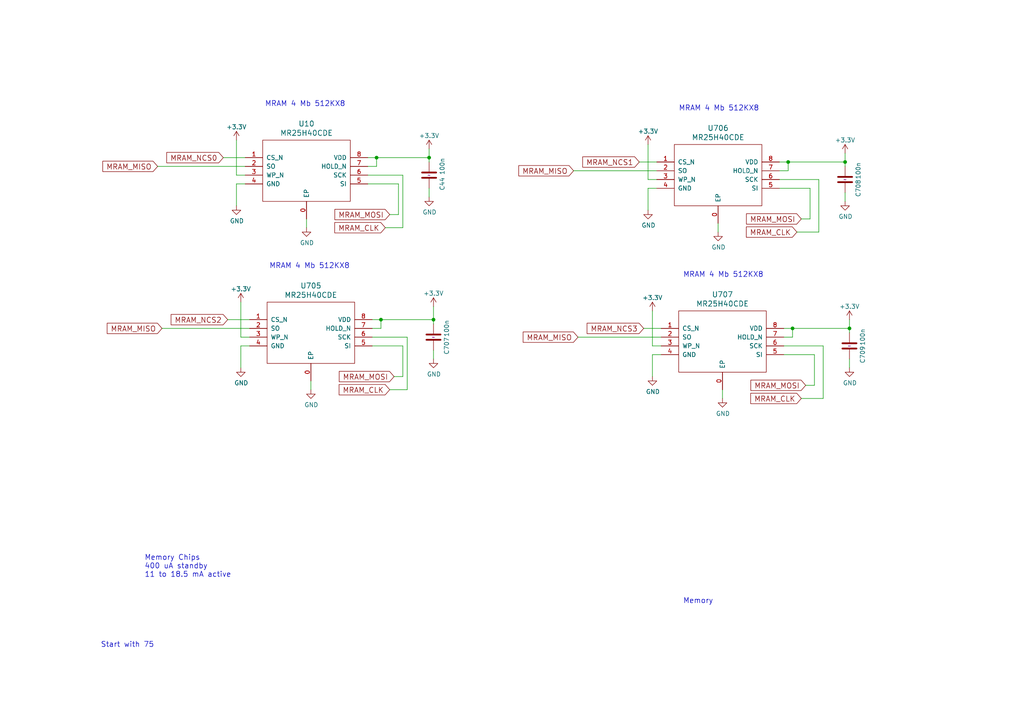
<source format=kicad_sch>
(kicad_sch (version 20230121) (generator eeschema)
  (paper "A4")
  (title_block (title "Radiation Tolerant PacSat Communication") (date "2023-06-17") (rev "A") (company "AMSAT-NA") (comment 1 "N5BRG"))
  (lib_symbols
    (symbol "Device:C" (pin_numbers hide) (pin_names (offset 0.254))
      (property "Reference" "C" (at 0.635 2.54 0))
      (property "Value" "C" (at 0.635 -2.54 0))
      (symbol "C_0_1"
        (polyline (pts (xy -2.032 -0.762) (xy 2.032 -0.762)) (stroke (width 0.508)))
        (polyline (pts (xy -2.032 0.762) (xy 2.032 0.762)) (stroke (width 0.508)))
      )
      (symbol "C_1_1"
        (pin passive line (at 0 3.81 270) (length 2.794) (name "~") (number "1"))
        (pin passive line (at 0 -3.81 90) (length 2.794) (name "~") (number "2"))
      )
    )
    (symbol "PACSAT_ICs:MR25H40_2" (pin_names (offset 1.016))
      (property "Reference" "U76" (at 0 13.6398 0))
      (property "Value" "MR25H40" (at 0 10.9474 0))
      (symbol "MR25H40_2_0_1"
        (rectangle (start -12.7 8.89) (end 12.7 -8.89))
      )
      (symbol "MR25H40_2_1_1"
        (pin power_in line (at 0 -13.97 90) (length 5.08) (name "EP") (number "0"))
        (pin input line (at -17.78 3.81 0) (length 5.08) (name "CS_N") (number "1"))
        (pin tri_state line (at -17.78 1.27 0) (length 5.08) (name "SO") (number "2"))
        (pin input line (at -17.78 -1.27 0) (length 5.08) (name "WP_N") (number "3"))
        (pin power_in line (at -17.78 -3.81 0) (length 5.08) (name "GND") (number "4"))
        (pin input line (at 17.78 -3.81 180) (length 5.08) (name "SI") (number "5"))
        (pin input line (at 17.78 -1.27 180) (length 5.08) (name "SCK") (number "6"))
        (pin input line (at 17.78 1.27 180) (length 5.08) (name "HOLD_N") (number "7"))
        (pin power_in line (at 17.78 3.81 180) (length 5.08) (name "VDD") (number "8"))
      )
    )
    (symbol "power:+3.3V" (power) (pin_names (offset 0))
      (property "Value" "+3.3V" (at 0 3.556 0))
      (symbol "+3.3V_0_1"
        (polyline (pts (xy -0.762 1.27) (xy 0 2.54)))
        (polyline (pts (xy 0 0) (xy 0 2.54)))
        (polyline (pts (xy 0 2.54) (xy 0.762 1.27)))
      )
      (symbol "+3.3V_1_1"
        (pin power_in line (at 0 0 90) (length 0) hide (name "+3.3V") (number "1"))
      )
    )
    (symbol "power:GND" (power) (pin_names (offset 0))
      (property "Value" "GND" (at 0 -3.81 0))
      (symbol "GND_0_1"
        (polyline (pts (xy 0 0) (xy 0 -1.27) (xy 1.27 -1.27) (xy 0 -2.54) (xy -1.27 -1.27) (xy 0 -1.27)))
      )
      (symbol "GND_1_1"
        (pin power_in line (at 0 0 270) (length 0) hide (name "GND") (number "1"))
      )
    )
  )
  (junction (at 245.11 46.99))
  (junction (at 125.73 92.71))
  (junction (at 124.46 45.72))
  (junction (at 109.22 45.72))
  (junction (at 229.87 95.25))
  (junction (at 228.6 46.99))
  (junction (at 110.49 92.71))
  (junction (at 246.38 95.25))
  (wire (pts (xy 72.39 97.79) (xy 69.85 97.79)))
  (wire (pts (xy 237.49 67.31) (xy 231.14 67.31)))
  (wire (pts (xy 110.49 92.71) (xy 125.73 92.71)))
  (wire (pts (xy 107.95 95.25) (xy 110.49 95.25)))
  (wire (pts (xy 191.77 100.33) (xy 189.23 100.33)))
  (wire (pts (xy 110.49 95.25) (xy 110.49 92.71)))
  (wire (pts (xy 107.95 100.33) (xy 116.84 100.33)))
  (wire (pts (xy 246.38 92.71) (xy 246.38 95.25)))
  (wire (pts (xy 88.9 63.5) (xy 88.9 66.04)))
  (wire (pts (xy 71.12 50.8) (xy 68.58 50.8)))
  (wire (pts (xy 209.55 113.03) (xy 209.55 115.57)))
  (wire (pts (xy 229.87 97.79) (xy 229.87 95.25)))
  (wire (pts (xy 226.06 49.53) (xy 228.6 49.53)))
  (wire (pts (xy 228.6 46.99) (xy 245.11 46.99)))
  (wire (pts (xy 227.33 102.87) (xy 236.22 102.87)))
  (wire (pts (xy 228.6 49.53) (xy 228.6 46.99)))
  (wire (pts (xy 245.11 44.45) (xy 245.11 46.99)))
  (wire (pts (xy 68.58 53.34) (xy 68.58 59.69)))
  (wire (pts (xy 227.33 95.25) (xy 229.87 95.25)))
  (wire (pts (xy 106.68 48.26) (xy 109.22 48.26)))
  (wire (pts (xy 189.23 100.33) (xy 189.23 90.17)))
  (wire (pts (xy 109.22 48.26) (xy 109.22 45.72)))
  (wire (pts (xy 106.68 45.72) (xy 109.22 45.72)))
  (wire (pts (xy 234.95 54.61) (xy 234.95 63.5)))
  (wire (pts (xy 71.12 53.34) (xy 68.58 53.34)))
  (wire (pts (xy 116.84 66.04) (xy 111.76 66.04)))
  (wire (pts (xy 107.95 92.71) (xy 110.49 92.71)))
  (wire (pts (xy 166.37 49.53) (xy 190.5 49.53)))
  (wire (pts (xy 45.72 48.26) (xy 71.12 48.26)))
  (wire (pts (xy 189.23 102.87) (xy 189.23 109.22)))
  (wire (pts (xy 116.84 50.8) (xy 116.84 66.04)))
  (wire (pts (xy 226.06 46.99) (xy 228.6 46.99)))
  (wire (pts (xy 238.76 100.33) (xy 238.76 115.57)))
  (wire (pts (xy 72.39 100.33) (xy 69.85 100.33)))
  (wire (pts (xy 69.85 100.33) (xy 69.85 106.68)))
  (wire (pts (xy 125.73 101.6) (xy 125.73 104.14)))
  (wire (pts (xy 109.22 45.72) (xy 124.46 45.72)))
  (wire (pts (xy 116.84 50.8) (xy 106.68 50.8)))
  (wire (pts (xy 237.49 52.07) (xy 226.06 52.07)))
  (wire (pts (xy 208.28 64.77) (xy 208.28 67.31)))
  (wire (pts (xy 237.49 52.07) (xy 237.49 67.31)))
  (wire (pts (xy 190.5 54.61) (xy 187.96 54.61)))
  (wire (pts (xy 125.73 88.9) (xy 125.73 92.71)))
  (wire (pts (xy 234.95 63.5) (xy 232.41 63.5)))
  (wire (pts (xy 125.73 92.71) (xy 125.73 93.98)))
  (wire (pts (xy 124.46 45.72) (xy 124.46 46.99)))
  (wire (pts (xy 191.77 95.25) (xy 186.69 95.25)))
  (wire (pts (xy 190.5 46.99) (xy 185.42 46.99)))
  (wire (pts (xy 90.17 110.49) (xy 90.17 113.03)))
  (wire (pts (xy 72.39 92.71) (xy 66.04 92.71)))
  (wire (pts (xy 118.11 97.79) (xy 118.11 113.03)))
  (wire (pts (xy 226.06 54.61) (xy 234.95 54.61)))
  (wire (pts (xy 238.76 100.33) (xy 227.33 100.33)))
  (wire (pts (xy 118.11 97.79) (xy 107.95 97.79)))
  (wire (pts (xy 124.46 54.61) (xy 124.46 57.15)))
  (wire (pts (xy 69.85 97.79) (xy 69.85 87.63)))
  (wire (pts (xy 236.22 102.87) (xy 236.22 111.76)))
  (wire (pts (xy 106.68 53.34) (xy 115.57 53.34)))
  (wire (pts (xy 115.57 53.34) (xy 115.57 62.23)))
  (wire (pts (xy 116.84 100.33) (xy 116.84 109.22)))
  (wire (pts (xy 71.12 45.72) (xy 64.77 45.72)))
  (wire (pts (xy 187.96 54.61) (xy 187.96 60.96)))
  (wire (pts (xy 191.77 102.87) (xy 189.23 102.87)))
  (wire (pts (xy 187.96 52.07) (xy 187.96 41.91)))
  (wire (pts (xy 246.38 95.25) (xy 246.38 96.52)))
  (wire (pts (xy 236.22 111.76) (xy 233.68 111.76)))
  (wire (pts (xy 115.57 62.23) (xy 113.03 62.23)))
  (wire (pts (xy 167.64 97.79) (xy 191.77 97.79)))
  (wire (pts (xy 46.99 95.25) (xy 72.39 95.25)))
  (wire (pts (xy 245.11 46.99) (xy 245.11 48.26)))
  (wire (pts (xy 245.11 55.88) (xy 245.11 58.42)))
  (wire (pts (xy 190.5 52.07) (xy 187.96 52.07)))
  (wire (pts (xy 118.11 113.03) (xy 113.03 113.03)))
  (wire (pts (xy 229.87 95.25) (xy 246.38 95.25)))
  (wire (pts (xy 227.33 97.79) (xy 229.87 97.79)))
  (wire (pts (xy 116.84 109.22) (xy 114.3 109.22)))
  (wire (pts (xy 238.76 115.57) (xy 232.41 115.57)))
  (wire (pts (xy 68.58 50.8) (xy 68.58 40.64)))
  (wire (pts (xy 124.46 43.18) (xy 124.46 45.72)))
  (wire (pts (xy 246.38 104.14) (xy 246.38 106.68)))
  (text "Start with 75" (at 29.21 187.96 0) (effects (font (size 1.524 1.524)) (justify left bottom)))
  (text "MRAM 4 Mb 512KX8" (at 198.12 80.645 0) (effects (font (size 1.524 1.524)) (justify left bottom)))
  (text "MRAM 4 Mb 512KX8" (at 196.85 32.385 0) (effects (font (size 1.524 1.524)) (justify left bottom)))
  (text "Memory" (at 198.12 175.26 0) (effects (font (size 1.524 1.524)) (justify left bottom)))
  (text "MRAM 4 Mb 512KX8" (at 76.835 31.115 0) (effects (font (size 1.524 1.524)) (justify left bottom)))
  (text "MRAM 4 Mb 512KX8" (at 78.105 78.105 0) (effects (font (size 1.524 1.524)) (justify left bottom)))
  (text "Memory Chips\n400 uA standby\n11 to 18.5 mA active" (at 41.91 167.64 0) (effects (font (size 1.524 1.524)) (justify left bottom)))
  (global_label "MRAM_CLK" (shape input) (at 111.76 66.04 180) (effects (font (size 1.524 1.524))) (property "Intersheetrefs" "${INTERSHEET_REFS}" (effects hide)))
  (global_label "MRAM_MISO" (shape input) (at 45.72 48.26 180) (effects (font (size 1.524 1.524))) (property "Intersheetrefs" "${INTERSHEET_REFS}" (effects hide)))
  (global_label "MRAM_CLK" (shape input) (at 232.41 115.57 180) (effects (font (size 1.524 1.524))) (property "Intersheetrefs" "${INTERSHEET_REFS}" (effects hide)))
  (global_label "MRAM_MOSI" (shape input) (at 232.41 63.5 180) (effects (font (size 1.524 1.524))) (property "Intersheetrefs" "${INTERSHEET_REFS}" (effects hide)))
  (global_label "MRAM_MOSI" (shape input) (at 114.3 109.22 180) (effects (font (size 1.524 1.524))) (property "Intersheetrefs" "${INTERSHEET_REFS}" (effects hide)))
  (global_label "MRAM_NCS2" (shape input) (at 66.04 92.71 180) (effects (font (size 1.524 1.524))) (property "Intersheetrefs" "${INTERSHEET_REFS}" (effects hide)))
  (global_label "MRAM_MOSI" (shape input) (at 113.03 62.23 180) (effects (font (size 1.524 1.524))) (property "Intersheetrefs" "${INTERSHEET_REFS}" (effects hide)))
  (global_label "MRAM_MISO" (shape input) (at 46.99 95.25 180) (effects (font (size 1.524 1.524))) (property "Intersheetrefs" "${INTERSHEET_REFS}" (effects hide)))
  (global_label "MRAM_CLK" (shape input) (at 113.03 113.03 180) (effects (font (size 1.524 1.524))) (property "Intersheetrefs" "${INTERSHEET_REFS}" (effects hide)))
  (global_label "MRAM_CLK" (shape input) (at 231.14 67.31 180) (effects (font (size 1.524 1.524))) (property "Intersheetrefs" "${INTERSHEET_REFS}" (effects hide)))
  (global_label "MRAM_NCS3" (shape input) (at 186.69 95.25 180) (effects (font (size 1.524 1.524))) (property "Intersheetrefs" "${INTERSHEET_REFS}" (effects hide)))
  (global_label "MRAM_MOSI" (shape input) (at 233.68 111.76 180) (effects (font (size 1.524 1.524))) (property "Intersheetrefs" "${INTERSHEET_REFS}" (effects hide)))
  (global_label "MRAM_NCS0" (shape input) (at 64.77 45.72 180) (effects (font (size 1.524 1.524))) (property "Intersheetrefs" "${INTERSHEET_REFS}" (effects hide)))
  (global_label "MRAM_MISO" (shape input) (at 167.64 97.79 180) (effects (font (size 1.524 1.524))) (property "Intersheetrefs" "${INTERSHEET_REFS}" (effects hide)))
  (global_label "MRAM_NCS1" (shape input) (at 185.42 46.99 180) (effects (font (size 1.524 1.524))) (property "Intersheetrefs" "${INTERSHEET_REFS}" (effects hide)))
  (global_label "MRAM_MISO" (shape input) (at 166.37 49.53 180) (effects (font (size 1.524 1.524))) (property "Intersheetrefs" "${INTERSHEET_REFS}" (effects hide)))
  (symbol (lib_id "power:GND") (at 187.96 60.96 0) (unit 1)
    (property "Reference" "#PWR0726" (effects hide))
    (property "Value" "GND" (at 188.087 65.3542 0))
    (instances (project "PacSat_Dev_RecC_230926" (path "" (reference "#PWR0726") (unit 1)) (path "" (reference "#PWR087") (unit 1))))
  )
  (symbol (lib_id "power:GND") (at 245.11 58.42 0) (unit 1)
    (property "Reference" "#PWR0729" (effects hide))
    (property "Value" "GND" (at 245.237 62.8142 0))
    (instances (project "PacSat_Dev_RecC_230926" (path "" (reference "#PWR0729") (unit 1)) (path "" (reference "#PWR093") (unit 1))))
  )
  (symbol (lib_id "Device:C") (at 125.73 97.79 0) (unit 1)
    (property "Reference" "C707" (at 129.54 100.33 90))
    (property "Value" "100n" (at 129.54 95.25 90))
    (property "Footprint" "Capacitor_SMD:C_0603_1608Metric_Pad1.08x0.95mm_HandSolder" (effects hide))
    (property "Datasheet" "~" (at 125.73 97.79 0))
    (instances (project "PacSat_Dev_RecC_230926" (path "" (reference "C707") (unit 1)) (path "" (reference "C77") (unit 1))))
  )
  (symbol (lib_id "power:+3.3V") (at 246.38 92.71 0) (unit 1)
    (property "Reference" "#PWR0688" (effects hide))
    (property "Value" "+3.3V" (at 246.38 88.9 0))
  )
  (symbol (lib_id "power:+3.3V") (at 125.73 88.9 0) (unit 1)
    (property "Reference" "#PWR0695" (effects hide))
    (property "Value" "+3.3V" (at 125.73 85.09 0))
  )
  (symbol (lib_id "PACSAT_ICs:MR25H40_2") (at 90.17 96.52 0) (unit 1)
    (property "Reference" "U705" (at 90.17 82.8802 0) (effects (font (size 1.524 1.524))))
    (property "Value" "MR25H40CDE" (at 90.17 85.5726 0) (effects (font (size 1.524 1.524))))
    (property "Footprint" "PacSatDev_everspin:MR2xH40_DFN_SmallFlag" (effects hide))
    (instances (project "PacSat_Dev_RecC_230926" (path "" (reference "U705") (unit 1)) (path "" (reference "U77") (unit 1))))
  )
  (symbol (lib_id "power:GND") (at 189.23 109.22 0) (unit 1)
    (property "Reference" "#PWR0731" (effects hide))
    (property "Value" "GND" (at 189.357 113.6142 0))
    (instances (project "PacSat_Dev_RecC_230926" (path "" (reference "#PWR0731") (unit 1)) (path "" (reference "#PWR089") (unit 1))))
  )
  (symbol (lib_id "power:GND") (at 90.17 113.03 0) (unit 1)
    (property "Reference" "#PWR0722" (effects hide))
    (property "Value" "GND" (at 90.297 117.4242 0))
    (instances (project "PacSat_Dev_RecC_230926" (path "" (reference "#PWR0722") (unit 1)) (path "" (reference "#PWR081") (unit 1))))
  )
  (symbol (lib_id "power:+3.3V") (at 187.96 41.91 0) (unit 1)
    (property "Reference" "#PWR0691" (effects hide))
    (property "Value" "+3.3V" (at 187.96 38.1 0))
  )
  (symbol (lib_id "power:+3.3V") (at 124.46 43.18 0) (unit 1)
    (property "Reference" "#PWR0692" (effects hide))
    (property "Value" "+3.3V" (at 124.46 39.37 0))
  )
  (symbol (lib_id "power:+3.3V") (at 245.11 44.45 0) (unit 1)
    (property "Reference" "#PWR0690" (effects hide))
    (property "Value" "+3.3V" (at 245.11 40.64 0))
  )
  (symbol (lib_id "power:+3.3V") (at 69.85 87.63 0) (unit 1)
    (property "Reference" "#PWR0694" (effects hide))
    (property "Value" "+3.3V" (at 69.85 83.82 0))
  )
  (symbol (lib_id "PACSAT_ICs:MR25H40_2") (at 88.9 49.53 0) (unit 1)
    (property "Reference" "U10" (at 88.9 35.8902 0) (effects (font (size 1.524 1.524))))
    (property "Value" "MR25H40CDE" (at 88.9 38.5826 0) (effects (font (size 1.524 1.524))))
    (property "Footprint" "PacSatDev_everspin:MR2xH40_DFN_SmallFlag" (effects hide))
    (instances (project "PacSat_Dev_RecC_230926" (path "" (reference "U10") (unit 1)) (path "" (reference "U76") (unit 1))))
  )
  (symbol (lib_id "power:GND") (at 69.85 106.68 0) (unit 1)
    (property "Reference" "#PWR0721" (effects hide))
    (property "Value" "GND" (at 69.977 111.0742 0))
    (instances (project "PacSat_Dev_RecC_230926" (path "" (reference "#PWR0721") (unit 1)) (path "" (reference "#PWR079") (unit 1))))
  )
  (symbol (lib_id "PACSAT_ICs:MR25H40_2") (at 209.55 99.06 0) (unit 1)
    (property "Reference" "U707" (at 209.55 85.4202 0) (effects (font (size 1.524 1.524))))
    (property "Value" "MR25H40CDE" (at 209.55 88.1126 0) (effects (font (size 1.524 1.524))))
    (property "Footprint" "PacSatDev_everspin:MR2xH40_DFN_SmallFlag" (effects hide))
    (instances (project "PacSat_Dev_RecC_230926" (path "" (reference "U707") (unit 1)) (path "" (reference "U79") (unit 1))))
  )
  (symbol (lib_id "power:GND") (at 208.28 67.31 0) (unit 1)
    (property "Reference" "#PWR0727" (effects hide))
    (property "Value" "GND" (at 208.407 71.7042 0))
    (instances (project "PacSat_Dev_RecC_230926" (path "" (reference "#PWR0727") (unit 1)) (path "" (reference "#PWR090") (unit 1))))
  )
  (symbol (lib_id "power:GND") (at 88.9 66.04 0) (unit 1)
    (property "Reference" "#PWR0297" (effects hide))
    (property "Value" "GND" (at 89.027 70.4342 0))
    (instances (project "PacSat_Dev_RecC_230926" (path "" (reference "#PWR0297") (unit 1)) (path "" (reference "#PWR080") (unit 1))))
  )
  (symbol (lib_id "Device:C") (at 124.46 50.8 0) (unit 1)
    (property "Reference" "C44" (at 128.27 53.34 90))
    (property "Value" "100n" (at 128.27 48.26 90))
    (property "Footprint" "Capacitor_SMD:C_0603_1608Metric_Pad1.08x0.95mm_HandSolder" (effects hide))
    (property "Datasheet" "~" (at 124.46 50.8 0))
    (instances (project "PacSat_Dev_RecC_230926" (path "" (reference "C44") (unit 1)) (path "" (reference "C76") (unit 1))))
  )
  (symbol (lib_id "Device:C") (at 245.11 52.07 0) (unit 1)
    (property "Reference" "C708" (at 248.92 54.61 90))
    (property "Value" "100n" (at 248.92 49.53 90))
    (property "Footprint" "Capacitor_SMD:C_0603_1608Metric_Pad1.08x0.95mm_HandSolder" (effects hide))
    (property "Datasheet" "~" (at 245.11 52.07 0))
    (instances (project "PacSat_Dev_RecC_230926" (path "" (reference "C708") (unit 1)) (path "" (reference "C78") (unit 1))))
  )
  (symbol (lib_id "Device:C") (at 246.38 100.33 0) (unit 1)
    (property "Reference" "C709" (at 250.19 102.87 90))
    (property "Value" "100n" (at 250.19 97.79 90))
    (property "Footprint" "Capacitor_SMD:C_0603_1608Metric_Pad1.08x0.95mm_HandSolder" (effects hide))
    (property "Datasheet" "~" (at 246.38 100.33 0))
    (instances (project "PacSat_Dev_RecC_230926" (path "" (reference "C709") (unit 1)) (path "" (reference "C79") (unit 1))))
  )
  (symbol (lib_id "power:GND") (at 68.58 59.69 0) (unit 1)
    (property "Reference" "#PWR0295" (effects hide))
    (property "Value" "GND" (at 68.707 64.0842 0))
    (instances (project "PacSat_Dev_RecC_230926" (path "" (reference "#PWR0295") (unit 1)) (path "" (reference "#PWR077") (unit 1))))
  )
  (symbol (lib_id "power:+3.3V") (at 189.23 90.17 0) (unit 1)
    (property "Reference" "#PWR0689" (effects hide))
    (property "Value" "+3.3V" (at 189.23 86.36 0))
  )
  (symbol (lib_id "power:GND") (at 246.38 106.68 0) (unit 1)
    (property "Reference" "#PWR0734" (effects hide))
    (property "Value" "GND" (at 246.507 111.0742 0))
    (instances (project "PacSat_Dev_RecC_230926" (path "" (reference "#PWR0734") (unit 1)) (path "" (reference "#PWR095") (unit 1))))
  )
  (symbol (lib_id "power:+3.3V") (at 68.58 40.64 0) (unit 1)
    (property "Reference" "#PWR0693" (effects hide))
    (property "Value" "+3.3V" (at 68.58 36.83 0))
  )
  (symbol (lib_id "power:GND") (at 209.55 115.57 0) (unit 1)
    (property "Reference" "#PWR0732" (effects hide))
    (property "Value" "GND" (at 209.677 119.9642 0))
    (instances (project "PacSat_Dev_RecC_230926" (path "" (reference "#PWR0732") (unit 1)) (path "" (reference "#PWR091") (unit 1))))
  )
  (symbol (lib_id "PACSAT_ICs:MR25H40_2") (at 208.28 50.8 0) (unit 1)
    (property "Reference" "U706" (at 208.28 37.1602 0) (effects (font (size 1.524 1.524))))
    (property "Value" "MR25H40CDE" (at 208.28 39.8526 0) (effects (font (size 1.524 1.524))))
    (property "Footprint" "PacSatDev_everspin:MR2xH40_DFN_SmallFlag" (effects hide))
    (instances (project "PacSat_Dev_RecC_230926" (path "" (reference "U706") (unit 1)) (path "" (reference "U78") (unit 1))))
  )
  (symbol (lib_id "power:GND") (at 124.46 57.15 0) (unit 1)
    (property "Reference" "#PWR0300" (effects hide))
    (property "Value" "GND" (at 124.587 61.5442 0))
    (instances (project "PacSat_Dev_RecC_230926" (path "" (reference "#PWR0300") (unit 1)) (path "" (reference "#PWR083") (unit 1))))
  )
  (symbol (lib_id "power:GND") (at 125.73 104.14 0) (unit 1)
    (property "Reference" "#PWR0724" (effects hide))
    (property "Value" "GND" (at 125.857 108.5342 0))
    (instances (project "PacSat_Dev_RecC_230926" (path "" (reference "#PWR0724") (unit 1)) (path "" (reference "#PWR085") (unit 1))))
  )
)
</source>
